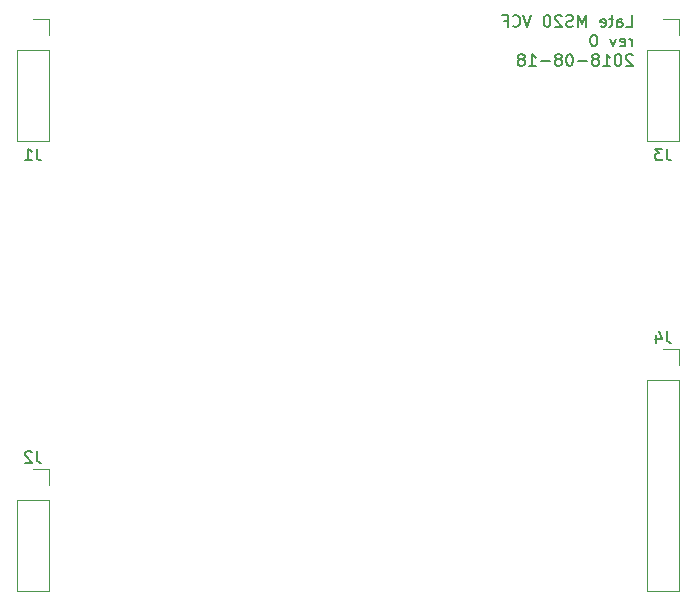
<source format=gbr>
G04 #@! TF.GenerationSoftware,KiCad,Pcbnew,5.1.6-c6e7f7d~87~ubuntu18.04.1*
G04 #@! TF.CreationDate,2020-08-19T17:04:45-04:00*
G04 #@! TF.ProjectId,late_MS20_VCF_plug_in_board,6c617465-5f4d-4533-9230-5f5643465f70,0*
G04 #@! TF.SameCoordinates,Original*
G04 #@! TF.FileFunction,Legend,Bot*
G04 #@! TF.FilePolarity,Positive*
%FSLAX46Y46*%
G04 Gerber Fmt 4.6, Leading zero omitted, Abs format (unit mm)*
G04 Created by KiCad (PCBNEW 5.1.6-c6e7f7d~87~ubuntu18.04.1) date 2020-08-19 17:04:45*
%MOMM*%
%LPD*%
G01*
G04 APERTURE LIST*
%ADD10C,0.150000*%
%ADD11C,0.120000*%
G04 APERTURE END LIST*
D10*
X144222214Y-67890380D02*
X144698404Y-67890380D01*
X144698404Y-66890380D01*
X143460309Y-67890380D02*
X143460309Y-67366571D01*
X143507928Y-67271333D01*
X143603166Y-67223714D01*
X143793642Y-67223714D01*
X143888880Y-67271333D01*
X143460309Y-67842761D02*
X143555547Y-67890380D01*
X143793642Y-67890380D01*
X143888880Y-67842761D01*
X143936500Y-67747523D01*
X143936500Y-67652285D01*
X143888880Y-67557047D01*
X143793642Y-67509428D01*
X143555547Y-67509428D01*
X143460309Y-67461809D01*
X143126976Y-67223714D02*
X142746023Y-67223714D01*
X142984119Y-66890380D02*
X142984119Y-67747523D01*
X142936500Y-67842761D01*
X142841261Y-67890380D01*
X142746023Y-67890380D01*
X142031738Y-67842761D02*
X142126976Y-67890380D01*
X142317452Y-67890380D01*
X142412690Y-67842761D01*
X142460309Y-67747523D01*
X142460309Y-67366571D01*
X142412690Y-67271333D01*
X142317452Y-67223714D01*
X142126976Y-67223714D01*
X142031738Y-67271333D01*
X141984119Y-67366571D01*
X141984119Y-67461809D01*
X142460309Y-67557047D01*
X140793642Y-67890380D02*
X140793642Y-66890380D01*
X140460309Y-67604666D01*
X140126976Y-66890380D01*
X140126976Y-67890380D01*
X139698404Y-67842761D02*
X139555547Y-67890380D01*
X139317452Y-67890380D01*
X139222214Y-67842761D01*
X139174595Y-67795142D01*
X139126976Y-67699904D01*
X139126976Y-67604666D01*
X139174595Y-67509428D01*
X139222214Y-67461809D01*
X139317452Y-67414190D01*
X139507928Y-67366571D01*
X139603166Y-67318952D01*
X139650785Y-67271333D01*
X139698404Y-67176095D01*
X139698404Y-67080857D01*
X139650785Y-66985619D01*
X139603166Y-66938000D01*
X139507928Y-66890380D01*
X139269833Y-66890380D01*
X139126976Y-66938000D01*
X138746023Y-66985619D02*
X138698404Y-66938000D01*
X138603166Y-66890380D01*
X138365071Y-66890380D01*
X138269833Y-66938000D01*
X138222214Y-66985619D01*
X138174595Y-67080857D01*
X138174595Y-67176095D01*
X138222214Y-67318952D01*
X138793642Y-67890380D01*
X138174595Y-67890380D01*
X137555547Y-66890380D02*
X137460309Y-66890380D01*
X137365071Y-66938000D01*
X137317452Y-66985619D01*
X137269833Y-67080857D01*
X137222214Y-67271333D01*
X137222214Y-67509428D01*
X137269833Y-67699904D01*
X137317452Y-67795142D01*
X137365071Y-67842761D01*
X137460309Y-67890380D01*
X137555547Y-67890380D01*
X137650785Y-67842761D01*
X137698404Y-67795142D01*
X137746023Y-67699904D01*
X137793642Y-67509428D01*
X137793642Y-67271333D01*
X137746023Y-67080857D01*
X137698404Y-66985619D01*
X137650785Y-66938000D01*
X137555547Y-66890380D01*
X136174595Y-66890380D02*
X135841261Y-67890380D01*
X135507928Y-66890380D01*
X134603166Y-67795142D02*
X134650785Y-67842761D01*
X134793642Y-67890380D01*
X134888880Y-67890380D01*
X135031738Y-67842761D01*
X135126976Y-67747523D01*
X135174595Y-67652285D01*
X135222214Y-67461809D01*
X135222214Y-67318952D01*
X135174595Y-67128476D01*
X135126976Y-67033238D01*
X135031738Y-66938000D01*
X134888880Y-66890380D01*
X134793642Y-66890380D01*
X134650785Y-66938000D01*
X134603166Y-66985619D01*
X133841261Y-67366571D02*
X134174595Y-67366571D01*
X134174595Y-67890380D02*
X134174595Y-66890380D01*
X133698404Y-66890380D01*
X144698404Y-69540380D02*
X144698404Y-68873714D01*
X144698404Y-69064190D02*
X144650785Y-68968952D01*
X144603166Y-68921333D01*
X144507928Y-68873714D01*
X144412690Y-68873714D01*
X143698404Y-69492761D02*
X143793642Y-69540380D01*
X143984119Y-69540380D01*
X144079357Y-69492761D01*
X144126976Y-69397523D01*
X144126976Y-69016571D01*
X144079357Y-68921333D01*
X143984119Y-68873714D01*
X143793642Y-68873714D01*
X143698404Y-68921333D01*
X143650785Y-69016571D01*
X143650785Y-69111809D01*
X144126976Y-69207047D01*
X143317452Y-68873714D02*
X143079357Y-69540380D01*
X142841261Y-68873714D01*
X141507928Y-68540380D02*
X141412690Y-68540380D01*
X141317452Y-68588000D01*
X141269833Y-68635619D01*
X141222214Y-68730857D01*
X141174595Y-68921333D01*
X141174595Y-69159428D01*
X141222214Y-69349904D01*
X141269833Y-69445142D01*
X141317452Y-69492761D01*
X141412690Y-69540380D01*
X141507928Y-69540380D01*
X141603166Y-69492761D01*
X141650785Y-69445142D01*
X141698404Y-69349904D01*
X141746023Y-69159428D01*
X141746023Y-68921333D01*
X141698404Y-68730857D01*
X141650785Y-68635619D01*
X141603166Y-68588000D01*
X141507928Y-68540380D01*
X144746023Y-70285619D02*
X144698404Y-70238000D01*
X144603166Y-70190380D01*
X144365071Y-70190380D01*
X144269833Y-70238000D01*
X144222214Y-70285619D01*
X144174595Y-70380857D01*
X144174595Y-70476095D01*
X144222214Y-70618952D01*
X144793642Y-71190380D01*
X144174595Y-71190380D01*
X143555547Y-70190380D02*
X143460309Y-70190380D01*
X143365071Y-70238000D01*
X143317452Y-70285619D01*
X143269833Y-70380857D01*
X143222214Y-70571333D01*
X143222214Y-70809428D01*
X143269833Y-70999904D01*
X143317452Y-71095142D01*
X143365071Y-71142761D01*
X143460309Y-71190380D01*
X143555547Y-71190380D01*
X143650785Y-71142761D01*
X143698404Y-71095142D01*
X143746023Y-70999904D01*
X143793642Y-70809428D01*
X143793642Y-70571333D01*
X143746023Y-70380857D01*
X143698404Y-70285619D01*
X143650785Y-70238000D01*
X143555547Y-70190380D01*
X142269833Y-71190380D02*
X142841261Y-71190380D01*
X142555547Y-71190380D02*
X142555547Y-70190380D01*
X142650785Y-70333238D01*
X142746023Y-70428476D01*
X142841261Y-70476095D01*
X141698404Y-70618952D02*
X141793642Y-70571333D01*
X141841261Y-70523714D01*
X141888880Y-70428476D01*
X141888880Y-70380857D01*
X141841261Y-70285619D01*
X141793642Y-70238000D01*
X141698404Y-70190380D01*
X141507928Y-70190380D01*
X141412690Y-70238000D01*
X141365071Y-70285619D01*
X141317452Y-70380857D01*
X141317452Y-70428476D01*
X141365071Y-70523714D01*
X141412690Y-70571333D01*
X141507928Y-70618952D01*
X141698404Y-70618952D01*
X141793642Y-70666571D01*
X141841261Y-70714190D01*
X141888880Y-70809428D01*
X141888880Y-70999904D01*
X141841261Y-71095142D01*
X141793642Y-71142761D01*
X141698404Y-71190380D01*
X141507928Y-71190380D01*
X141412690Y-71142761D01*
X141365071Y-71095142D01*
X141317452Y-70999904D01*
X141317452Y-70809428D01*
X141365071Y-70714190D01*
X141412690Y-70666571D01*
X141507928Y-70618952D01*
X140888880Y-70809428D02*
X140126976Y-70809428D01*
X139460309Y-70190380D02*
X139365071Y-70190380D01*
X139269833Y-70238000D01*
X139222214Y-70285619D01*
X139174595Y-70380857D01*
X139126976Y-70571333D01*
X139126976Y-70809428D01*
X139174595Y-70999904D01*
X139222214Y-71095142D01*
X139269833Y-71142761D01*
X139365071Y-71190380D01*
X139460309Y-71190380D01*
X139555547Y-71142761D01*
X139603166Y-71095142D01*
X139650785Y-70999904D01*
X139698404Y-70809428D01*
X139698404Y-70571333D01*
X139650785Y-70380857D01*
X139603166Y-70285619D01*
X139555547Y-70238000D01*
X139460309Y-70190380D01*
X138555547Y-70618952D02*
X138650785Y-70571333D01*
X138698404Y-70523714D01*
X138746023Y-70428476D01*
X138746023Y-70380857D01*
X138698404Y-70285619D01*
X138650785Y-70238000D01*
X138555547Y-70190380D01*
X138365071Y-70190380D01*
X138269833Y-70238000D01*
X138222214Y-70285619D01*
X138174595Y-70380857D01*
X138174595Y-70428476D01*
X138222214Y-70523714D01*
X138269833Y-70571333D01*
X138365071Y-70618952D01*
X138555547Y-70618952D01*
X138650785Y-70666571D01*
X138698404Y-70714190D01*
X138746023Y-70809428D01*
X138746023Y-70999904D01*
X138698404Y-71095142D01*
X138650785Y-71142761D01*
X138555547Y-71190380D01*
X138365071Y-71190380D01*
X138269833Y-71142761D01*
X138222214Y-71095142D01*
X138174595Y-70999904D01*
X138174595Y-70809428D01*
X138222214Y-70714190D01*
X138269833Y-70666571D01*
X138365071Y-70618952D01*
X137746023Y-70809428D02*
X136984119Y-70809428D01*
X135984119Y-71190380D02*
X136555547Y-71190380D01*
X136269833Y-71190380D02*
X136269833Y-70190380D01*
X136365071Y-70333238D01*
X136460309Y-70428476D01*
X136555547Y-70476095D01*
X135412690Y-70618952D02*
X135507928Y-70571333D01*
X135555547Y-70523714D01*
X135603166Y-70428476D01*
X135603166Y-70380857D01*
X135555547Y-70285619D01*
X135507928Y-70238000D01*
X135412690Y-70190380D01*
X135222214Y-70190380D01*
X135126976Y-70238000D01*
X135079357Y-70285619D01*
X135031738Y-70380857D01*
X135031738Y-70428476D01*
X135079357Y-70523714D01*
X135126976Y-70571333D01*
X135222214Y-70618952D01*
X135412690Y-70618952D01*
X135507928Y-70666571D01*
X135555547Y-70714190D01*
X135603166Y-70809428D01*
X135603166Y-70999904D01*
X135555547Y-71095142D01*
X135507928Y-71142761D01*
X135412690Y-71190380D01*
X135222214Y-71190380D01*
X135126976Y-71142761D01*
X135079357Y-71095142D01*
X135031738Y-70999904D01*
X135031738Y-70809428D01*
X135079357Y-70714190D01*
X135126976Y-70666571D01*
X135222214Y-70618952D01*
D11*
X148650000Y-115630000D02*
X145990000Y-115630000D01*
X148650000Y-97790000D02*
X148650000Y-115630000D01*
X145990000Y-97790000D02*
X145990000Y-115630000D01*
X148650000Y-97790000D02*
X145990000Y-97790000D01*
X148650000Y-96520000D02*
X148650000Y-95190000D01*
X148650000Y-95190000D02*
X147320000Y-95190000D01*
X148650000Y-77530000D02*
X145990000Y-77530000D01*
X148650000Y-69850000D02*
X148650000Y-77530000D01*
X145990000Y-69850000D02*
X145990000Y-77530000D01*
X148650000Y-69850000D02*
X145990000Y-69850000D01*
X148650000Y-68580000D02*
X148650000Y-67250000D01*
X148650000Y-67250000D02*
X147320000Y-67250000D01*
X95310000Y-115630000D02*
X92650000Y-115630000D01*
X95310000Y-107950000D02*
X95310000Y-115630000D01*
X92650000Y-107950000D02*
X92650000Y-115630000D01*
X95310000Y-107950000D02*
X92650000Y-107950000D01*
X95310000Y-106680000D02*
X95310000Y-105350000D01*
X95310000Y-105350000D02*
X93980000Y-105350000D01*
X95310000Y-77530000D02*
X92650000Y-77530000D01*
X95310000Y-69850000D02*
X95310000Y-77530000D01*
X92650000Y-69850000D02*
X92650000Y-77530000D01*
X95310000Y-69850000D02*
X92650000Y-69850000D01*
X95310000Y-68580000D02*
X95310000Y-67250000D01*
X95310000Y-67250000D02*
X93980000Y-67250000D01*
D10*
X147653333Y-93642380D02*
X147653333Y-94356666D01*
X147700952Y-94499523D01*
X147796190Y-94594761D01*
X147939047Y-94642380D01*
X148034285Y-94642380D01*
X146748571Y-93975714D02*
X146748571Y-94642380D01*
X146986666Y-93594761D02*
X147224761Y-94309047D01*
X146605714Y-94309047D01*
X147653333Y-78192380D02*
X147653333Y-78906666D01*
X147700952Y-79049523D01*
X147796190Y-79144761D01*
X147939047Y-79192380D01*
X148034285Y-79192380D01*
X147272380Y-78192380D02*
X146653333Y-78192380D01*
X146986666Y-78573333D01*
X146843809Y-78573333D01*
X146748571Y-78620952D01*
X146700952Y-78668571D01*
X146653333Y-78763809D01*
X146653333Y-79001904D01*
X146700952Y-79097142D01*
X146748571Y-79144761D01*
X146843809Y-79192380D01*
X147129523Y-79192380D01*
X147224761Y-79144761D01*
X147272380Y-79097142D01*
X94313333Y-103802380D02*
X94313333Y-104516666D01*
X94360952Y-104659523D01*
X94456190Y-104754761D01*
X94599047Y-104802380D01*
X94694285Y-104802380D01*
X93884761Y-103897619D02*
X93837142Y-103850000D01*
X93741904Y-103802380D01*
X93503809Y-103802380D01*
X93408571Y-103850000D01*
X93360952Y-103897619D01*
X93313333Y-103992857D01*
X93313333Y-104088095D01*
X93360952Y-104230952D01*
X93932380Y-104802380D01*
X93313333Y-104802380D01*
X94313333Y-78192380D02*
X94313333Y-78906666D01*
X94360952Y-79049523D01*
X94456190Y-79144761D01*
X94599047Y-79192380D01*
X94694285Y-79192380D01*
X93313333Y-79192380D02*
X93884761Y-79192380D01*
X93599047Y-79192380D02*
X93599047Y-78192380D01*
X93694285Y-78335238D01*
X93789523Y-78430476D01*
X93884761Y-78478095D01*
M02*

</source>
